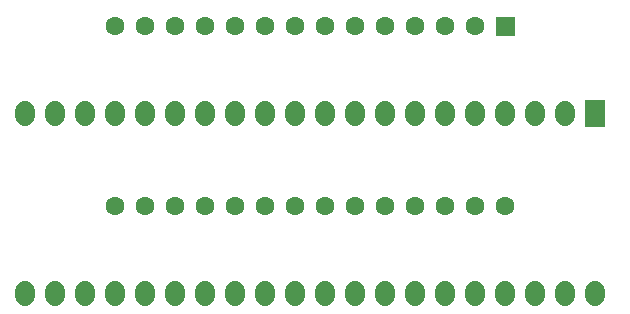
<source format=gbs>
G04 Layer: BottomSolderMaskLayer*
G04 EasyEDA v6.4.19.5, 2021-04-22T06:46:41+01:00*
G04 125c642ea7bf4c30bcee29ea33573556,70d0fae58ee04a8b949032da60bbe542,10*
G04 Gerber Generator version 0.2*
G04 Scale: 100 percent, Rotated: No, Reflected: No *
G04 Dimensions in inches *
G04 leading zeros omitted , absolute positions ,3 integer and 6 decimal *
%FSLAX36Y36*%
%MOIN*%

%ADD22C,0.0680*%
%ADD23C,0.0671*%
%ADD25C,0.0630*%

%LPD*%
D22*
X-895000Y170630D02*
G01*
X-895000Y189369D01*
X-695000Y170630D02*
G01*
X-695000Y189369D01*
X-795000Y170630D02*
G01*
X-795000Y189369D01*
X-295000Y170630D02*
G01*
X-295000Y189369D01*
D23*
X105000Y189843D02*
G01*
X105000Y170156D01*
X205000Y189843D02*
G01*
X205000Y170156D01*
X305000Y189843D02*
G01*
X305000Y170156D01*
X405000Y189843D02*
G01*
X405000Y170156D01*
X505000Y189843D02*
G01*
X505000Y170156D01*
X605000Y189843D02*
G01*
X605000Y170156D01*
X705000Y189843D02*
G01*
X705000Y170156D01*
X805000Y189843D02*
G01*
X805000Y170156D01*
D22*
X5000Y189369D02*
G01*
X5000Y170630D01*
X-195000Y189369D02*
G01*
X-195000Y170630D01*
D23*
X-95000Y189843D02*
G01*
X-95000Y170156D01*
D22*
X-395000Y189369D02*
G01*
X-395000Y170630D01*
X-595000Y170630D02*
G01*
X-595000Y189369D01*
X-495000Y170630D02*
G01*
X-495000Y189369D01*
X-995000Y170630D02*
G01*
X-995000Y189369D01*
X805000Y-410630D02*
G01*
X805000Y-429369D01*
X905000Y-410630D02*
G01*
X905000Y-429369D01*
X705000Y-410630D02*
G01*
X705000Y-429369D01*
X605000Y-410630D02*
G01*
X605000Y-429369D01*
X-595000Y-410630D02*
G01*
X-595000Y-429369D01*
X-495000Y-410630D02*
G01*
X-495000Y-429369D01*
X-395000Y-410630D02*
G01*
X-395000Y-429369D01*
X-295000Y-410630D02*
G01*
X-295000Y-429369D01*
X-695000Y-410630D02*
G01*
X-695000Y-429369D01*
X-795000Y-410630D02*
G01*
X-795000Y-429369D01*
X-895000Y-410630D02*
G01*
X-895000Y-429369D01*
X-995000Y-410630D02*
G01*
X-995000Y-429369D01*
X105000Y-410630D02*
G01*
X105000Y-429369D01*
X5000Y-410630D02*
G01*
X5000Y-429369D01*
X-95000Y-410630D02*
G01*
X-95000Y-429369D01*
X-195000Y-410630D02*
G01*
X-195000Y-429369D01*
X205000Y-410630D02*
G01*
X205000Y-429369D01*
X305000Y-410630D02*
G01*
X305000Y-429369D01*
X405000Y-410630D02*
G01*
X405000Y-429369D01*
X505000Y-410630D02*
G01*
X505000Y-429369D01*
G36*
X573500Y438499D02*
G01*
X573500Y501500D01*
X636499Y501500D01*
X636499Y438499D01*
G37*
D25*
G01*
X505000Y470000D03*
G01*
X405000Y470000D03*
G01*
X305000Y470000D03*
G01*
X205000Y470000D03*
G01*
X105000Y470000D03*
G01*
X5000Y470000D03*
G01*
X-95000Y470000D03*
G01*
X-195000Y470000D03*
G01*
X-295000Y470000D03*
G01*
X-395000Y470000D03*
G01*
X-495000Y470000D03*
G01*
X-595000Y470000D03*
G01*
X-695000Y470000D03*
G01*
X-695000Y-130000D03*
G01*
X-595000Y-130000D03*
G01*
X-495000Y-130000D03*
G01*
X-395000Y-130000D03*
G01*
X-295000Y-130000D03*
G01*
X-195000Y-130000D03*
G01*
X-95000Y-130000D03*
G01*
X5000Y-130000D03*
G01*
X105000Y-130000D03*
G01*
X205000Y-130000D03*
G01*
X305000Y-130000D03*
G01*
X405000Y-130000D03*
G01*
X505000Y-130000D03*
G01*
X605000Y-130000D03*
G36*
X871499Y136599D02*
G01*
X871499Y223400D01*
X938500Y223400D01*
X938500Y136599D01*
G37*
M02*

</source>
